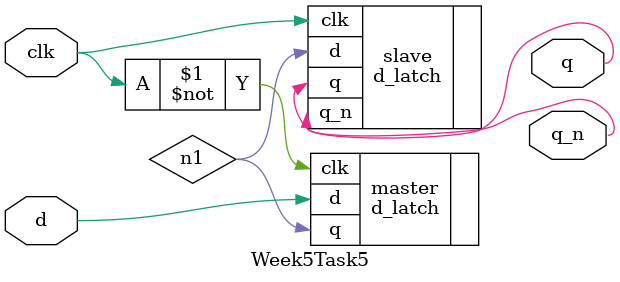
<source format=v>
module Week5Task5(
input clk ,
input d,
output q,
output q_n
);
wire n1;
d_latch master (
.clk ( ~clk ) ,
.d ( d ) ,
.q ( n1 )
);
d_latch slave (
.clk ( clk ) ,
.d ( n1 ) ,
.q ( q ) ,
.q_n ( q_n )
);
endmodule
</source>
